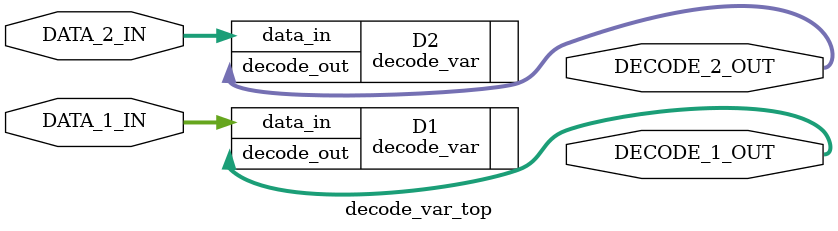
<source format=v>



module decode_var_top(
     input    [3:0]  DATA_1_IN      
    ,output  [15:0]  DECODE_1_OUT   
    ,input    [4:0]  DATA_2_IN      
    ,output  [31:0]  DECODE_2_OUT   
);

//------------------------------------
//  decoder_var module 
//------------------------------------
defparam D1.DATA_BITS =  4  ;
defparam D1.DCD_BITS  =  16 ;

decode_var D1(
         .data_in    (DATA_1_IN)        
        ,.decode_out (DECODE_1_OUT)
    );
	
defparam D2.DATA_BITS =  5  ;
defparam D2.DCD_BITS  =  32 ;

decode_var D2(
         .data_in    (DATA_2_IN)        
        ,.decode_out (DECODE_2_OUT)
    );

endmodule
</source>
